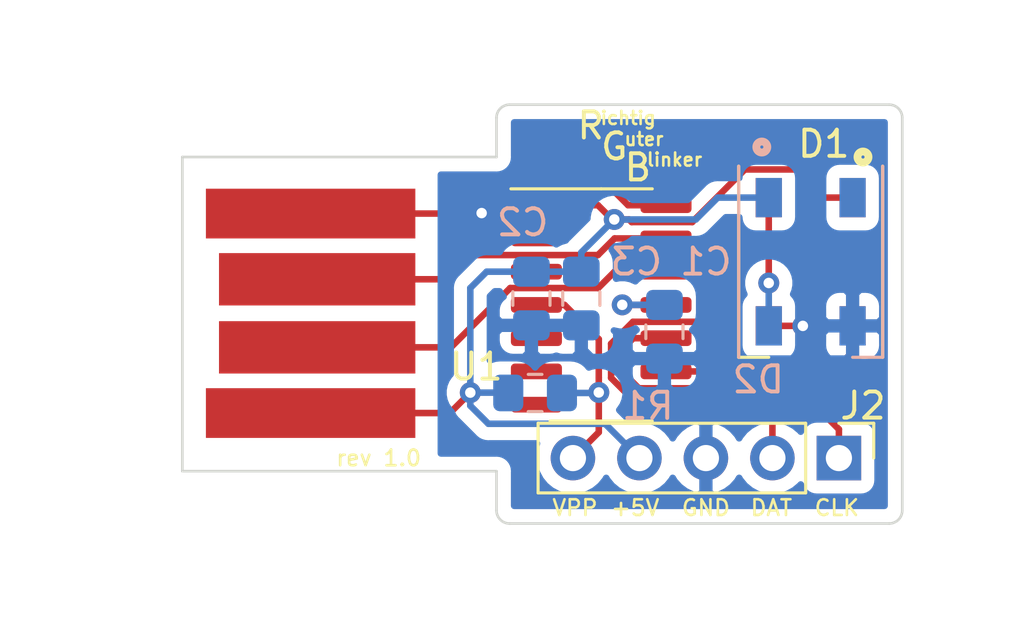
<source format=kicad_pcb>
(kicad_pcb (version 20171130) (host pcbnew "(5.1.0)-1")

  (general
    (thickness 1.6)
    (drawings 30)
    (tracks 100)
    (zones 0)
    (modules 9)
    (nets 17)
  )

  (page A4)
  (layers
    (0 F.Cu signal)
    (31 B.Cu signal)
    (32 B.Adhes user)
    (33 F.Adhes user)
    (34 B.Paste user)
    (35 F.Paste user)
    (36 B.SilkS user)
    (37 F.SilkS user)
    (38 B.Mask user)
    (39 F.Mask user)
    (40 Dwgs.User user)
    (41 Cmts.User user)
    (42 Eco1.User user)
    (43 Eco2.User user)
    (44 Edge.Cuts user)
    (45 Margin user)
    (46 B.CrtYd user hide)
    (47 F.CrtYd user)
    (48 B.Fab user hide)
    (49 F.Fab user)
  )

  (setup
    (last_trace_width 0.25)
    (trace_clearance 0.2)
    (zone_clearance 0.508)
    (zone_45_only no)
    (trace_min 0.2)
    (via_size 0.8)
    (via_drill 0.4)
    (via_min_size 0.4)
    (via_min_drill 0.3)
    (uvia_size 0.3)
    (uvia_drill 0.1)
    (uvias_allowed no)
    (uvia_min_size 0.2)
    (uvia_min_drill 0.1)
    (edge_width 0.1)
    (segment_width 0.2)
    (pcb_text_width 0.3)
    (pcb_text_size 1.5 1.5)
    (mod_edge_width 0.15)
    (mod_text_size 1 1)
    (mod_text_width 0.15)
    (pad_size 1.524 1.524)
    (pad_drill 0.762)
    (pad_to_mask_clearance 0)
    (aux_axis_origin 0 0)
    (grid_origin 79.075 128.235)
    (visible_elements 7FFFFFFF)
    (pcbplotparams
      (layerselection 0x010fc_ffffffff)
      (usegerberextensions false)
      (usegerberattributes false)
      (usegerberadvancedattributes false)
      (creategerberjobfile false)
      (excludeedgelayer true)
      (linewidth 0.100000)
      (plotframeref false)
      (viasonmask false)
      (mode 1)
      (useauxorigin false)
      (hpglpennumber 1)
      (hpglpenspeed 20)
      (hpglpendiameter 15.000000)
      (psnegative false)
      (psa4output false)
      (plotreference true)
      (plotvalue true)
      (plotinvisibletext false)
      (padsonsilk false)
      (subtractmaskfromsilk false)
      (outputformat 1)
      (mirror false)
      (drillshape 0)
      (scaleselection 1)
      (outputdirectory "gerber/"))
  )

  (net 0 "")
  (net 1 "Net-(C1-Pad1)")
  (net 2 GND)
  (net 3 +5V)
  (net 4 DI)
  (net 5 "Net-(D1-Pad2)")
  (net 6 "Net-(D2-Pad2)")
  (net 7 D+)
  (net 8 D-)
  (net 9 ICSPCLK)
  (net 10 ICSPDAT)
  (net 11 VPP)
  (net 12 "Net-(U1-Pad2)")
  (net 13 "Net-(U1-Pad3)")
  (net 14 "Net-(U1-Pad5)")
  (net 15 "Net-(U1-Pad6)")
  (net 16 "Net-(U1-Pad7)")

  (net_class Default "Dies ist die voreingestellte Netzklasse."
    (clearance 0.2)
    (trace_width 0.25)
    (via_dia 0.8)
    (via_drill 0.4)
    (uvia_dia 0.3)
    (uvia_drill 0.1)
    (add_net +5V)
    (add_net D+)
    (add_net D-)
    (add_net DI)
    (add_net GND)
    (add_net ICSPCLK)
    (add_net ICSPDAT)
    (add_net "Net-(C1-Pad1)")
    (add_net "Net-(D1-Pad2)")
    (add_net "Net-(D2-Pad2)")
    (add_net "Net-(U1-Pad2)")
    (add_net "Net-(U1-Pad3)")
    (add_net "Net-(U1-Pad5)")
    (add_net "Net-(U1-Pad6)")
    (add_net "Net-(U1-Pad7)")
    (add_net VPP)
  )

  (module LED_SMD:LED_WS2812B_PLCC4_5.0x5.0mm_P3.2mm (layer B.Cu) (tedit 5CB35E46) (tstamp 5CB33325)
    (at 103.078646 120.234904 270)
    (descr https://cdn-shop.adafruit.com/datasheets/WS2812B.pdf)
    (tags "LED RGB NeoPixel")
    (path /5CB5BCF9)
    (attr smd)
    (fp_text reference D2 (at 4.500096 2.003646) (layer B.SilkS)
      (effects (font (size 1 1) (thickness 0.15)) (justify mirror))
    )
    (fp_text value WS2812B (at 0 -4 270) (layer B.Fab)
      (effects (font (size 1 1) (thickness 0.15)) (justify mirror))
    )
    (fp_circle (center 0 0) (end 0 2) (layer B.Fab) (width 0.1))
    (fp_line (start 3.65 -2.75) (end 3.65 -1.6) (layer B.SilkS) (width 0.12))
    (fp_line (start -3.65 -2.75) (end 3.65 -2.75) (layer B.SilkS) (width 0.12))
    (fp_line (start -3.65 2.75) (end 3.65 2.75) (layer B.SilkS) (width 0.12))
    (fp_line (start 2.5 2.5) (end -2.5 2.5) (layer B.Fab) (width 0.1))
    (fp_line (start 2.5 -2.5) (end 2.5 2.5) (layer B.Fab) (width 0.1))
    (fp_line (start -2.5 -2.5) (end 2.5 -2.5) (layer B.Fab) (width 0.1))
    (fp_line (start -2.5 2.5) (end -2.5 -2.5) (layer B.Fab) (width 0.1))
    (fp_line (start 2.5 -1.5) (end 1.5 -2.5) (layer B.Fab) (width 0.1))
    (fp_line (start -3.45 2.75) (end -3.45 -2.75) (layer B.CrtYd) (width 0.05))
    (fp_line (start -3.45 -2.75) (end 3.45 -2.75) (layer B.CrtYd) (width 0.05))
    (fp_line (start 3.45 -2.75) (end 3.45 2.75) (layer B.CrtYd) (width 0.05))
    (fp_line (start 3.45 2.75) (end -3.45 2.75) (layer B.CrtYd) (width 0.05))
    (fp_text user %R (at 0 0 270) (layer B.Fab)
      (effects (font (size 0.8 0.8) (thickness 0.15)) (justify mirror))
    )
    (pad 1 smd rect (at -2.45 1.6 270) (size 1.5 1) (layers B.Cu B.Paste B.Mask)
      (net 3 +5V))
    (pad 2 smd rect (at -2.45 -1.6 270) (size 1.5 1) (layers B.Cu B.Paste B.Mask)
      (net 6 "Net-(D2-Pad2)"))
    (pad 4 smd rect (at 2.45 1.6 270) (size 1.5 1) (layers B.Cu B.Paste B.Mask)
      (net 5 "Net-(D1-Pad2)"))
    (pad 3 smd rect (at 2.45 -1.6 270) (size 1.5 1) (layers B.Cu B.Paste B.Mask)
      (net 2 GND))
    (model ${KISYS3DMOD}/LED_SMD.3dshapes/LED_RGB_5050-6.wrl
      (at (xyz 0 0 0))
      (scale (xyz 1 1 1))
      (rotate (xyz 0 0 0))
    )
  )

  (module LED_SMD:LED_WS2812B_PLCC4_5.0x5.0mm_P3.2mm (layer F.Cu) (tedit 5CB35E46) (tstamp 5CB33449)
    (at 103.075 120.235 270)
    (descr https://cdn-shop.adafruit.com/datasheets/WS2812B.pdf)
    (tags "LED RGB NeoPixel")
    (path /5CB3A7F6)
    (attr smd)
    (fp_text reference D1 (at -4.5 -0.5) (layer F.SilkS)
      (effects (font (size 1 1) (thickness 0.15)))
    )
    (fp_text value WS2812B (at 0 4 270) (layer F.Fab)
      (effects (font (size 1 1) (thickness 0.15)))
    )
    (fp_circle (center 0 0) (end 0 -2) (layer F.Fab) (width 0.1))
    (fp_line (start 3.65 2.75) (end 3.65 1.6) (layer F.SilkS) (width 0.12))
    (fp_line (start -3.65 2.75) (end 3.65 2.75) (layer F.SilkS) (width 0.12))
    (fp_line (start -3.65 -2.75) (end 3.65 -2.75) (layer F.SilkS) (width 0.12))
    (fp_line (start 2.5 -2.5) (end -2.5 -2.5) (layer F.Fab) (width 0.1))
    (fp_line (start 2.5 2.5) (end 2.5 -2.5) (layer F.Fab) (width 0.1))
    (fp_line (start -2.5 2.5) (end 2.5 2.5) (layer F.Fab) (width 0.1))
    (fp_line (start -2.5 -2.5) (end -2.5 2.5) (layer F.Fab) (width 0.1))
    (fp_line (start 2.5 1.5) (end 1.5 2.5) (layer F.Fab) (width 0.1))
    (fp_line (start -3.45 -2.75) (end -3.45 2.75) (layer F.CrtYd) (width 0.05))
    (fp_line (start -3.45 2.75) (end 3.45 2.75) (layer F.CrtYd) (width 0.05))
    (fp_line (start 3.45 2.75) (end 3.45 -2.75) (layer F.CrtYd) (width 0.05))
    (fp_line (start 3.45 -2.75) (end -3.45 -2.75) (layer F.CrtYd) (width 0.05))
    (fp_text user %R (at 0 0 270) (layer F.Fab)
      (effects (font (size 0.8 0.8) (thickness 0.15)))
    )
    (pad 1 smd rect (at -2.45 -1.6 270) (size 1.5 1) (layers F.Cu F.Paste F.Mask)
      (net 3 +5V))
    (pad 2 smd rect (at -2.45 1.6 270) (size 1.5 1) (layers F.Cu F.Paste F.Mask)
      (net 5 "Net-(D1-Pad2)"))
    (pad 4 smd rect (at 2.45 -1.6 270) (size 1.5 1) (layers F.Cu F.Paste F.Mask)
      (net 4 DI))
    (pad 3 smd rect (at 2.45 1.6 270) (size 1.5 1) (layers F.Cu F.Paste F.Mask)
      (net 2 GND))
    (model ${KISYS3DMOD}/LED_SMD.3dshapes/LED_RGB_5050-6.wrl
      (at (xyz 0 0 0))
      (scale (xyz 1 1 1))
      (rotate (xyz 0 0 0))
    )
  )

  (module Connector_PinHeader_2.54mm:PinHeader_1x05_P2.54mm_Vertical (layer F.Cu) (tedit 59FED5CC) (tstamp 5CB3180D)
    (at 104.155 127.735 270)
    (descr "Through hole straight pin header, 1x05, 2.54mm pitch, single row")
    (tags "Through hole pin header THT 1x05 2.54mm single row")
    (path /5CB3026C)
    (fp_text reference J2 (at -2 -0.92) (layer F.SilkS)
      (effects (font (size 1 1) (thickness 0.15)))
    )
    (fp_text value Conn_01x05_Male (at 0 12.49 270) (layer F.Fab)
      (effects (font (size 1 1) (thickness 0.15)))
    )
    (fp_text user %R (at 0 5.08) (layer F.Fab)
      (effects (font (size 1 1) (thickness 0.15)))
    )
    (fp_line (start 1.8 -1.8) (end -1.8 -1.8) (layer F.CrtYd) (width 0.05))
    (fp_line (start 1.8 11.95) (end 1.8 -1.8) (layer F.CrtYd) (width 0.05))
    (fp_line (start -1.8 11.95) (end 1.8 11.95) (layer F.CrtYd) (width 0.05))
    (fp_line (start -1.8 -1.8) (end -1.8 11.95) (layer F.CrtYd) (width 0.05))
    (fp_line (start -1.33 -1.33) (end 0 -1.33) (layer F.SilkS) (width 0.12))
    (fp_line (start -1.33 0) (end -1.33 -1.33) (layer F.SilkS) (width 0.12))
    (fp_line (start -1.33 1.27) (end 1.33 1.27) (layer F.SilkS) (width 0.12))
    (fp_line (start 1.33 1.27) (end 1.33 11.49) (layer F.SilkS) (width 0.12))
    (fp_line (start -1.33 1.27) (end -1.33 11.49) (layer F.SilkS) (width 0.12))
    (fp_line (start -1.33 11.49) (end 1.33 11.49) (layer F.SilkS) (width 0.12))
    (fp_line (start -1.27 -0.635) (end -0.635 -1.27) (layer F.Fab) (width 0.1))
    (fp_line (start -1.27 11.43) (end -1.27 -0.635) (layer F.Fab) (width 0.1))
    (fp_line (start 1.27 11.43) (end -1.27 11.43) (layer F.Fab) (width 0.1))
    (fp_line (start 1.27 -1.27) (end 1.27 11.43) (layer F.Fab) (width 0.1))
    (fp_line (start -0.635 -1.27) (end 1.27 -1.27) (layer F.Fab) (width 0.1))
    (pad 5 thru_hole oval (at 0 10.16 270) (size 1.7 1.7) (drill 1) (layers *.Cu *.Mask)
      (net 11 VPP))
    (pad 4 thru_hole oval (at 0 7.62 270) (size 1.7 1.7) (drill 1) (layers *.Cu *.Mask)
      (net 3 +5V))
    (pad 3 thru_hole oval (at 0 5.08 270) (size 1.7 1.7) (drill 1) (layers *.Cu *.Mask)
      (net 2 GND))
    (pad 2 thru_hole oval (at 0 2.54 270) (size 1.7 1.7) (drill 1) (layers *.Cu *.Mask)
      (net 10 ICSPDAT))
    (pad 1 thru_hole rect (at 0 0 270) (size 1.7 1.7) (drill 1) (layers *.Cu *.Mask)
      (net 9 ICSPCLK))
    (model ${KISYS3DMOD}/Connector_PinHeader_2.54mm.3dshapes/PinHeader_1x05_P2.54mm_Vertical.wrl
      (at (xyz 0 0 0))
      (scale (xyz 1 1 1))
      (rotate (xyz 0 0 0))
    )
  )

  (module Package_SO:SOIC-14_3.9x8.7mm_P1.27mm (layer F.Cu) (tedit 5C97300E) (tstamp 5CB3163C)
    (at 95.075 121.885)
    (descr "SOIC, 14 Pin (JEDEC MS-012AB, https://www.analog.com/media/en/package-pcb-resources/package/pkg_pdf/soic_narrow-r/r_14.pdf), generated with kicad-footprint-generator ipc_gullwing_generator.py")
    (tags "SOIC SO")
    (path /5CB1CCFE)
    (attr smd)
    (fp_text reference U1 (at -4.773942 2.359707) (layer F.SilkS)
      (effects (font (size 1 1) (thickness 0.15)))
    )
    (fp_text value PIC16F1455-ISL (at 0 5.28) (layer F.Fab)
      (effects (font (size 1 1) (thickness 0.15)))
    )
    (fp_line (start 0 4.435) (end 1.95 4.435) (layer F.SilkS) (width 0.12))
    (fp_line (start 0 4.435) (end -1.95 4.435) (layer F.SilkS) (width 0.12))
    (fp_line (start 0 -4.435) (end 1.95 -4.435) (layer F.SilkS) (width 0.12))
    (fp_line (start 0 -4.435) (end -3.45 -4.435) (layer F.SilkS) (width 0.12))
    (fp_line (start -0.975 -4.325) (end 1.95 -4.325) (layer F.Fab) (width 0.1))
    (fp_line (start 1.95 -4.325) (end 1.95 4.325) (layer F.Fab) (width 0.1))
    (fp_line (start 1.95 4.325) (end -1.95 4.325) (layer F.Fab) (width 0.1))
    (fp_line (start -1.95 4.325) (end -1.95 -3.35) (layer F.Fab) (width 0.1))
    (fp_line (start -1.95 -3.35) (end -0.975 -4.325) (layer F.Fab) (width 0.1))
    (fp_line (start -3.7 -4.58) (end -3.7 4.58) (layer F.CrtYd) (width 0.05))
    (fp_line (start -3.7 4.58) (end 3.7 4.58) (layer F.CrtYd) (width 0.05))
    (fp_line (start 3.7 4.58) (end 3.7 -4.58) (layer F.CrtYd) (width 0.05))
    (fp_line (start 3.7 -4.58) (end -3.7 -4.58) (layer F.CrtYd) (width 0.05))
    (fp_text user %R (at 0 0) (layer F.Fab)
      (effects (font (size 0.98 0.98) (thickness 0.15)))
    )
    (pad 1 smd roundrect (at -2.475 -3.81) (size 1.95 0.6) (layers F.Cu F.Paste F.Mask) (roundrect_rratio 0.25)
      (net 3 +5V))
    (pad 2 smd roundrect (at -2.475 -2.54) (size 1.95 0.6) (layers F.Cu F.Paste F.Mask) (roundrect_rratio 0.25)
      (net 12 "Net-(U1-Pad2)"))
    (pad 3 smd roundrect (at -2.475 -1.27) (size 1.95 0.6) (layers F.Cu F.Paste F.Mask) (roundrect_rratio 0.25)
      (net 13 "Net-(U1-Pad3)"))
    (pad 4 smd roundrect (at -2.475 0) (size 1.95 0.6) (layers F.Cu F.Paste F.Mask) (roundrect_rratio 0.25)
      (net 11 VPP))
    (pad 5 smd roundrect (at -2.475 1.27) (size 1.95 0.6) (layers F.Cu F.Paste F.Mask) (roundrect_rratio 0.25)
      (net 14 "Net-(U1-Pad5)"))
    (pad 6 smd roundrect (at -2.475 2.54) (size 1.95 0.6) (layers F.Cu F.Paste F.Mask) (roundrect_rratio 0.25)
      (net 15 "Net-(U1-Pad6)"))
    (pad 7 smd roundrect (at -2.475 3.81) (size 1.95 0.6) (layers F.Cu F.Paste F.Mask) (roundrect_rratio 0.25)
      (net 16 "Net-(U1-Pad7)"))
    (pad 8 smd roundrect (at 2.475 3.81) (size 1.95 0.6) (layers F.Cu F.Paste F.Mask) (roundrect_rratio 0.25)
      (net 4 DI))
    (pad 9 smd roundrect (at 2.475 2.54) (size 1.95 0.6) (layers F.Cu F.Paste F.Mask) (roundrect_rratio 0.25)
      (net 9 ICSPCLK))
    (pad 10 smd roundrect (at 2.475 1.27) (size 1.95 0.6) (layers F.Cu F.Paste F.Mask) (roundrect_rratio 0.25)
      (net 10 ICSPDAT))
    (pad 11 smd roundrect (at 2.475 0) (size 1.95 0.6) (layers F.Cu F.Paste F.Mask) (roundrect_rratio 0.25)
      (net 1 "Net-(C1-Pad1)"))
    (pad 12 smd roundrect (at 2.475 -1.27) (size 1.95 0.6) (layers F.Cu F.Paste F.Mask) (roundrect_rratio 0.25)
      (net 8 D-))
    (pad 13 smd roundrect (at 2.475 -2.54) (size 1.95 0.6) (layers F.Cu F.Paste F.Mask) (roundrect_rratio 0.25)
      (net 7 D+))
    (pad 14 smd roundrect (at 2.475 -3.81) (size 1.95 0.6) (layers F.Cu F.Paste F.Mask) (roundrect_rratio 0.25)
      (net 2 GND))
    (model ${KISYS3DMOD}/Package_SO.3dshapes/SOIC-14_3.9x8.7mm_P1.27mm.wrl
      (at (xyz 0 0 0))
      (scale (xyz 1 1 1))
      (rotate (xyz 0 0 0))
    )
  )

  (module Capacitor_SMD:C_0805_2012Metric_Pad1.15x1.40mm_HandSolder (layer B.Cu) (tedit 5B36C52B) (tstamp 5CB31B7B)
    (at 97.49 122.91 270)
    (descr "Capacitor SMD 0805 (2012 Metric), square (rectangular) end terminal, IPC_7351 nominal with elongated pad for handsoldering. (Body size source: https://docs.google.com/spreadsheets/d/1BsfQQcO9C6DZCsRaXUlFlo91Tg2WpOkGARC1WS5S8t0/edit?usp=sharing), generated with kicad-footprint-generator")
    (tags "capacitor handsolder")
    (path /5CB1E9B7)
    (attr smd)
    (fp_text reference C1 (at -2.675 -1.585) (layer B.SilkS)
      (effects (font (size 1 1) (thickness 0.15)) (justify mirror))
    )
    (fp_text value 100nF (at 0 -1.65 270) (layer B.Fab)
      (effects (font (size 1 1) (thickness 0.15)) (justify mirror))
    )
    (fp_line (start -1 -0.6) (end -1 0.6) (layer B.Fab) (width 0.1))
    (fp_line (start -1 0.6) (end 1 0.6) (layer B.Fab) (width 0.1))
    (fp_line (start 1 0.6) (end 1 -0.6) (layer B.Fab) (width 0.1))
    (fp_line (start 1 -0.6) (end -1 -0.6) (layer B.Fab) (width 0.1))
    (fp_line (start -0.261252 0.71) (end 0.261252 0.71) (layer B.SilkS) (width 0.12))
    (fp_line (start -0.261252 -0.71) (end 0.261252 -0.71) (layer B.SilkS) (width 0.12))
    (fp_line (start -1.85 -0.95) (end -1.85 0.95) (layer B.CrtYd) (width 0.05))
    (fp_line (start -1.85 0.95) (end 1.85 0.95) (layer B.CrtYd) (width 0.05))
    (fp_line (start 1.85 0.95) (end 1.85 -0.95) (layer B.CrtYd) (width 0.05))
    (fp_line (start 1.85 -0.95) (end -1.85 -0.95) (layer B.CrtYd) (width 0.05))
    (fp_text user %R (at 0 0 270) (layer B.Fab)
      (effects (font (size 0.5 0.5) (thickness 0.08)) (justify mirror))
    )
    (pad 1 smd roundrect (at -1.025 0 270) (size 1.15 1.4) (layers B.Cu B.Paste B.Mask) (roundrect_rratio 0.217391)
      (net 1 "Net-(C1-Pad1)"))
    (pad 2 smd roundrect (at 1.025 0 270) (size 1.15 1.4) (layers B.Cu B.Paste B.Mask) (roundrect_rratio 0.217391)
      (net 2 GND))
    (model ${KISYS3DMOD}/Capacitor_SMD.3dshapes/C_0805_2012Metric.wrl
      (at (xyz 0 0 0))
      (scale (xyz 1 1 1))
      (rotate (xyz 0 0 0))
    )
  )

  (module Capacitor_SMD:C_0805_2012Metric_Pad1.15x1.40mm_HandSolder (layer B.Cu) (tedit 5B36C52B) (tstamp 5CB3196C)
    (at 92.41 121.64 270)
    (descr "Capacitor SMD 0805 (2012 Metric), square (rectangular) end terminal, IPC_7351 nominal with elongated pad for handsoldering. (Body size source: https://docs.google.com/spreadsheets/d/1BsfQQcO9C6DZCsRaXUlFlo91Tg2WpOkGARC1WS5S8t0/edit?usp=sharing), generated with kicad-footprint-generator")
    (tags "capacitor handsolder")
    (path /5CB1DC39)
    (attr smd)
    (fp_text reference C2 (at -2.905 0.335) (layer B.SilkS)
      (effects (font (size 1 1) (thickness 0.15)) (justify mirror))
    )
    (fp_text value 10uF (at 0 -1.65 270) (layer B.Fab)
      (effects (font (size 1 1) (thickness 0.15)) (justify mirror))
    )
    (fp_line (start -1 -0.6) (end -1 0.6) (layer B.Fab) (width 0.1))
    (fp_line (start -1 0.6) (end 1 0.6) (layer B.Fab) (width 0.1))
    (fp_line (start 1 0.6) (end 1 -0.6) (layer B.Fab) (width 0.1))
    (fp_line (start 1 -0.6) (end -1 -0.6) (layer B.Fab) (width 0.1))
    (fp_line (start -0.261252 0.71) (end 0.261252 0.71) (layer B.SilkS) (width 0.12))
    (fp_line (start -0.261252 -0.71) (end 0.261252 -0.71) (layer B.SilkS) (width 0.12))
    (fp_line (start -1.85 -0.95) (end -1.85 0.95) (layer B.CrtYd) (width 0.05))
    (fp_line (start -1.85 0.95) (end 1.85 0.95) (layer B.CrtYd) (width 0.05))
    (fp_line (start 1.85 0.95) (end 1.85 -0.95) (layer B.CrtYd) (width 0.05))
    (fp_line (start 1.85 -0.95) (end -1.85 -0.95) (layer B.CrtYd) (width 0.05))
    (fp_text user %R (at 0 0 270) (layer B.Fab)
      (effects (font (size 0.5 0.5) (thickness 0.08)) (justify mirror))
    )
    (pad 1 smd roundrect (at -1.025 0 270) (size 1.15 1.4) (layers B.Cu B.Paste B.Mask) (roundrect_rratio 0.217391)
      (net 3 +5V))
    (pad 2 smd roundrect (at 1.025 0 270) (size 1.15 1.4) (layers B.Cu B.Paste B.Mask) (roundrect_rratio 0.217391)
      (net 2 GND))
    (model ${KISYS3DMOD}/Capacitor_SMD.3dshapes/C_0805_2012Metric.wrl
      (at (xyz 0 0 0))
      (scale (xyz 1 1 1))
      (rotate (xyz 0 0 0))
    )
  )

  (module Capacitor_SMD:C_0805_2012Metric_Pad1.15x1.40mm_HandSolder (layer B.Cu) (tedit 5B36C52B) (tstamp 5CB31B29)
    (at 94.315 121.64 270)
    (descr "Capacitor SMD 0805 (2012 Metric), square (rectangular) end terminal, IPC_7351 nominal with elongated pad for handsoldering. (Body size source: https://docs.google.com/spreadsheets/d/1BsfQQcO9C6DZCsRaXUlFlo91Tg2WpOkGARC1WS5S8t0/edit?usp=sharing), generated with kicad-footprint-generator")
    (tags "capacitor handsolder")
    (path /5CB1E508)
    (attr smd)
    (fp_text reference C3 (at -1.406281 -2.10229) (layer B.SilkS)
      (effects (font (size 1 1) (thickness 0.15)) (justify mirror))
    )
    (fp_text value 100nF (at 0 -1.65 270) (layer B.Fab)
      (effects (font (size 1 1) (thickness 0.15)) (justify mirror))
    )
    (fp_text user %R (at 0 0 270) (layer B.Fab)
      (effects (font (size 0.5 0.5) (thickness 0.08)) (justify mirror))
    )
    (fp_line (start 1.85 -0.95) (end -1.85 -0.95) (layer B.CrtYd) (width 0.05))
    (fp_line (start 1.85 0.95) (end 1.85 -0.95) (layer B.CrtYd) (width 0.05))
    (fp_line (start -1.85 0.95) (end 1.85 0.95) (layer B.CrtYd) (width 0.05))
    (fp_line (start -1.85 -0.95) (end -1.85 0.95) (layer B.CrtYd) (width 0.05))
    (fp_line (start -0.261252 -0.71) (end 0.261252 -0.71) (layer B.SilkS) (width 0.12))
    (fp_line (start -0.261252 0.71) (end 0.261252 0.71) (layer B.SilkS) (width 0.12))
    (fp_line (start 1 -0.6) (end -1 -0.6) (layer B.Fab) (width 0.1))
    (fp_line (start 1 0.6) (end 1 -0.6) (layer B.Fab) (width 0.1))
    (fp_line (start -1 0.6) (end 1 0.6) (layer B.Fab) (width 0.1))
    (fp_line (start -1 -0.6) (end -1 0.6) (layer B.Fab) (width 0.1))
    (pad 2 smd roundrect (at 1.025 0 270) (size 1.15 1.4) (layers B.Cu B.Paste B.Mask) (roundrect_rratio 0.217391)
      (net 2 GND))
    (pad 1 smd roundrect (at -1.025 0 270) (size 1.15 1.4) (layers B.Cu B.Paste B.Mask) (roundrect_rratio 0.217391)
      (net 3 +5V))
    (model ${KISYS3DMOD}/Capacitor_SMD.3dshapes/C_0805_2012Metric.wrl
      (at (xyz 0 0 0))
      (scale (xyz 1 1 1))
      (rotate (xyz 0 0 0))
    )
  )

  (module connectors:usb-PCB (layer F.Cu) (tedit 542BB0AF) (tstamp 5CB31517)
    (at 79.075 122.205 270)
    (path /5CB41270)
    (attr virtual)
    (fp_text reference J1 (at 0.13 -7.85 270) (layer F.SilkS) hide
      (effects (font (size 1.5 1.5) (thickness 0.15)))
    )
    (fp_text value USB_A (at 0.29 -10.13 270) (layer F.SilkS) hide
      (effects (font (size 1.5 1.5) (thickness 0.15)))
    )
    (fp_line (start 6.03 0) (end 6.03 -12) (layer Dwgs.User) (width 0.15))
    (fp_line (start 6.03 0) (end -6.03 0) (layer Dwgs.User) (width 0.15))
    (fp_line (start -6.03 0) (end -6.03 -12) (layer Dwgs.User) (width 0.15))
    (pad 1 connect rect (at 3.81 -4.9 270) (size 1.9 8) (layers F.Cu F.Mask)
      (net 3 +5V))
    (pad 4 connect rect (at -3.81 -4.9 270) (size 1.9 8) (layers F.Cu F.Mask)
      (net 2 GND))
    (pad 3 connect rect (at -1.3 -5.15 270) (size 2 7.5) (layers F.Cu F.Mask)
      (net 7 D+))
    (pad 2 connect rect (at 1.3 -5.15 270) (size 2 7.5) (layers F.Cu F.Mask)
      (net 8 D-))
  )

  (module Resistor_SMD:R_0805_2012Metric_Pad1.15x1.40mm_HandSolder (layer B.Cu) (tedit 5B36C52B) (tstamp 5CB31D49)
    (at 92.55 125.24771 180)
    (descr "Resistor SMD 0805 (2012 Metric), square (rectangular) end terminal, IPC_7351 nominal with elongated pad for handsoldering. (Body size source: https://docs.google.com/spreadsheets/d/1BsfQQcO9C6DZCsRaXUlFlo91Tg2WpOkGARC1WS5S8t0/edit?usp=sharing), generated with kicad-footprint-generator")
    (tags "resistor handsolder")
    (path /5CB1F16A)
    (attr smd)
    (fp_text reference R1 (at -4.307446 -0.498213 180) (layer B.SilkS)
      (effects (font (size 1 1) (thickness 0.15)) (justify mirror))
    )
    (fp_text value 10k (at 0 -1.65 180) (layer B.Fab)
      (effects (font (size 1 1) (thickness 0.15)) (justify mirror))
    )
    (fp_line (start -1 -0.6) (end -1 0.6) (layer B.Fab) (width 0.1))
    (fp_line (start -1 0.6) (end 1 0.6) (layer B.Fab) (width 0.1))
    (fp_line (start 1 0.6) (end 1 -0.6) (layer B.Fab) (width 0.1))
    (fp_line (start 1 -0.6) (end -1 -0.6) (layer B.Fab) (width 0.1))
    (fp_line (start -0.261252 0.71) (end 0.261252 0.71) (layer B.SilkS) (width 0.12))
    (fp_line (start -0.261252 -0.71) (end 0.261252 -0.71) (layer B.SilkS) (width 0.12))
    (fp_line (start -1.85 -0.95) (end -1.85 0.95) (layer B.CrtYd) (width 0.05))
    (fp_line (start -1.85 0.95) (end 1.85 0.95) (layer B.CrtYd) (width 0.05))
    (fp_line (start 1.85 0.95) (end 1.85 -0.95) (layer B.CrtYd) (width 0.05))
    (fp_line (start 1.85 -0.95) (end -1.85 -0.95) (layer B.CrtYd) (width 0.05))
    (fp_text user %R (at 0 0 180) (layer B.Fab)
      (effects (font (size 0.5 0.5) (thickness 0.08)) (justify mirror))
    )
    (pad 1 smd roundrect (at -1.025 0 180) (size 1.15 1.4) (layers B.Cu B.Paste B.Mask) (roundrect_rratio 0.217391)
      (net 11 VPP))
    (pad 2 smd roundrect (at 1.025 0 180) (size 1.15 1.4) (layers B.Cu B.Paste B.Mask) (roundrect_rratio 0.217391)
      (net 3 +5V))
    (model ${KISYS3DMOD}/Resistor_SMD.3dshapes/R_0805_2012Metric.wrl
      (at (xyz 0 0 0))
      (scale (xyz 1 1 1))
      (rotate (xyz 0 0 0))
    )
  )

  (gr_text linker (at 97.875 116.335) (layer F.SilkS)
    (effects (font (size 0.5 0.5) (thickness 0.1)))
  )
  (gr_text ichtig (at 96.104981 114.745072) (layer F.SilkS) (tstamp 5CB3583A)
    (effects (font (size 0.5 0.5) (thickness 0.1)))
  )
  (gr_text uter (at 96.707943 115.549919) (layer F.SilkS) (tstamp 5CB358A9)
    (effects (font (size 0.5 0.5) (thickness 0.1)))
  )
  (gr_text B (at 96.475 116.635) (layer F.SilkS)
    (effects (font (size 1 1) (thickness 0.15)))
  )
  (gr_text G (at 95.575 115.835) (layer F.SilkS) (tstamp 5CB358BC)
    (effects (font (size 1 1) (thickness 0.15)))
  )
  (gr_text R (at 94.675 115.035) (layer F.SilkS)
    (effects (font (size 1 1) (thickness 0.15)))
  )
  (gr_arc (start 91.575 129.735) (end 91.075 129.735) (angle -90) (layer Edge.Cuts) (width 0.1))
  (gr_arc (start 106.075 129.735) (end 106.075 130.235) (angle -90) (layer Edge.Cuts) (width 0.1))
  (gr_arc (start 91.575 114.735) (end 91.575 114.235) (angle -90) (layer Edge.Cuts) (width 0.1))
  (gr_arc (start 106.075 114.735) (end 106.575 114.735) (angle -90) (layer Edge.Cuts) (width 0.1))
  (gr_text +5V (at 96.375 129.635) (layer F.SilkS) (tstamp 5CB33F20)
    (effects (font (size 0.6 0.6) (thickness 0.1)))
  )
  (gr_text VPP (at 94.075 129.635) (layer F.SilkS) (tstamp 5CB35218)
    (effects (font (size 0.6 0.6) (thickness 0.1)))
  )
  (gr_text GND (at 99.075 129.635) (layer F.SilkS) (tstamp 5CB33F20)
    (effects (font (size 0.6 0.6) (thickness 0.1)))
  )
  (gr_text DAT (at 101.575 129.635) (layer F.SilkS) (tstamp 5CB33F20)
    (effects (font (size 0.6 0.6) (thickness 0.1)))
  )
  (gr_text CLK (at 104.075 129.635) (layer F.SilkS) (tstamp 5CB33F15)
    (effects (font (size 0.6 0.6) (thickness 0.1)))
  )
  (gr_text "rev 1.0" (at 86.575 127.735) (layer F.SilkS)
    (effects (font (size 0.6 0.6) (thickness 0.1)))
  )
  (gr_circle (center 101.21046 115.853005) (end 101.420866 115.853005) (layer B.SilkS) (width 0.3) (tstamp 5CB33B78))
  (gr_circle (center 105.075 116.235) (end 105.285406 116.235) (layer F.SilkS) (width 0.3))
  (dimension 15.5 (width 0.15) (layer Dwgs.User)
    (gr_text "15,500 mm" (at 98.825 110.935) (layer Dwgs.User)
      (effects (font (size 1 1) (thickness 0.15)))
    )
    (feature1 (pts (xy 106.575 114.235) (xy 106.575 111.648579)))
    (feature2 (pts (xy 91.075 114.235) (xy 91.075 111.648579)))
    (crossbar (pts (xy 91.075 112.235) (xy 106.575 112.235)))
    (arrow1a (pts (xy 106.575 112.235) (xy 105.448496 112.821421)))
    (arrow1b (pts (xy 106.575 112.235) (xy 105.448496 111.648579)))
    (arrow2a (pts (xy 91.075 112.235) (xy 92.201504 112.821421)))
    (arrow2b (pts (xy 91.075 112.235) (xy 92.201504 111.648579)))
  )
  (dimension 16 (width 0.15) (layer Dwgs.User)
    (gr_text "16,000 mm" (at 109.875 122.235 90) (layer Dwgs.User)
      (effects (font (size 1 1) (thickness 0.15)))
    )
    (feature1 (pts (xy 106.575 114.235) (xy 109.161421 114.235)))
    (feature2 (pts (xy 106.575 130.235) (xy 109.161421 130.235)))
    (crossbar (pts (xy 108.575 130.235) (xy 108.575 114.235)))
    (arrow1a (pts (xy 108.575 114.235) (xy 109.161421 115.361504)))
    (arrow1b (pts (xy 108.575 114.235) (xy 107.988579 115.361504)))
    (arrow2a (pts (xy 108.575 130.235) (xy 109.161421 129.108496)))
    (arrow2b (pts (xy 108.575 130.235) (xy 107.988579 129.108496)))
  )
  (dimension 12 (width 0.15) (layer Dwgs.User)
    (gr_text "12,000 mm" (at 85.075 131.535) (layer Dwgs.User)
      (effects (font (size 1 1) (thickness 0.15)))
    )
    (feature1 (pts (xy 91.075 128.235) (xy 91.075 130.821421)))
    (feature2 (pts (xy 79.075 128.235) (xy 79.075 130.821421)))
    (crossbar (pts (xy 79.075 130.235) (xy 91.075 130.235)))
    (arrow1a (pts (xy 91.075 130.235) (xy 89.948496 130.821421)))
    (arrow1b (pts (xy 91.075 130.235) (xy 89.948496 129.648579)))
    (arrow2a (pts (xy 79.075 130.235) (xy 80.201504 130.821421)))
    (arrow2b (pts (xy 79.075 130.235) (xy 80.201504 129.648579)))
  )
  (dimension 12 (width 0.15) (layer Dwgs.User)
    (gr_text "12,000 mm" (at 75.775001 122.235 270) (layer Dwgs.User)
      (effects (font (size 1 1) (thickness 0.15)))
    )
    (feature1 (pts (xy 79.075 128.235) (xy 76.48858 128.235)))
    (feature2 (pts (xy 79.075 116.235) (xy 76.48858 116.235)))
    (crossbar (pts (xy 77.075001 116.235) (xy 77.075001 128.235)))
    (arrow1a (pts (xy 77.075001 128.235) (xy 76.48858 127.108496)))
    (arrow1b (pts (xy 77.075001 128.235) (xy 77.661422 127.108496)))
    (arrow2a (pts (xy 77.075001 116.235) (xy 76.48858 117.361504)))
    (arrow2b (pts (xy 77.075001 116.235) (xy 77.661422 117.361504)))
  )
  (gr_line (start 91.075 128.235) (end 79.075 128.235) (layer Edge.Cuts) (width 0.1) (tstamp 5CB314A5))
  (gr_line (start 91.075 129.735) (end 91.075 128.235) (layer Edge.Cuts) (width 0.1) (tstamp 5CB314A2))
  (gr_line (start 106.075 130.235) (end 91.575 130.235) (layer Edge.Cuts) (width 0.1) (tstamp 5CB314A8))
  (gr_line (start 106.575 114.735) (end 106.575 129.735) (layer Edge.Cuts) (width 0.1) (tstamp 5CB314AB))
  (gr_line (start 91.575 114.235) (end 106.075 114.235) (layer Edge.Cuts) (width 0.1) (tstamp 5CB3149F))
  (gr_line (start 91.075 116.235) (end 91.075 114.735) (layer Edge.Cuts) (width 0.1) (tstamp 5CB31499))
  (gr_line (start 79.075 116.235) (end 91.075 116.235) (layer Edge.Cuts) (width 0.1) (tstamp 5CB3149C))
  (gr_line (start 79.075 128.235) (end 79.075 116.235) (layer Edge.Cuts) (width 0.1) (tstamp 5CB314AE))

  (via (at 95.879119 121.881837) (size 0.8) (drill 0.4) (layers F.Cu B.Cu) (net 1))
  (segment (start 97.55 121.885) (end 95.882282 121.885) (width 0.25) (layer F.Cu) (net 1))
  (segment (start 95.882282 121.885) (end 95.879119 121.881837) (width 0.25) (layer F.Cu) (net 1))
  (segment (start 97.486837 121.881837) (end 97.49 121.885) (width 0.25) (layer B.Cu) (net 1))
  (segment (start 95.879119 121.881837) (end 97.486837 121.881837) (width 0.25) (layer B.Cu) (net 1))
  (segment (start 97.49 124.425) (end 97.49 123.935) (width 0.25) (layer B.Cu) (net 2))
  (segment (start 94.315 122.665) (end 92.41 122.665) (width 0.25) (layer B.Cu) (net 2))
  (segment (start 94.315 123.475) (end 94.315 122.665) (width 0.25) (layer B.Cu) (net 2))
  (segment (start 97.49 123.935) (end 94.775 123.935) (width 0.25) (layer B.Cu) (net 2))
  (segment (start 94.775 123.935) (end 94.315 123.475) (width 0.25) (layer B.Cu) (net 2))
  (via (at 90.507639 118.376177) (size 0.8) (drill 0.4) (layers F.Cu B.Cu) (net 2))
  (segment (start 83.975 118.395) (end 90.488816 118.395) (width 0.25) (layer F.Cu) (net 2))
  (segment (start 90.488816 118.395) (end 90.507639 118.376177) (width 0.25) (layer F.Cu) (net 2))
  (segment (start 96.101689 118.075) (end 97.55 118.075) (width 0.25) (layer F.Cu) (net 2))
  (segment (start 95.261689 117.235) (end 96.101689 118.075) (width 0.25) (layer F.Cu) (net 2))
  (segment (start 90.507639 118.376177) (end 91.648816 117.235) (width 0.25) (layer F.Cu) (net 2))
  (segment (start 91.648816 117.235) (end 95.261689 117.235) (width 0.25) (layer F.Cu) (net 2))
  (segment (start 104.678646 123.684904) (end 104.678646 122.684904) (width 0.25) (layer B.Cu) (net 2))
  (segment (start 104.42855 123.935) (end 104.678646 123.684904) (width 0.25) (layer B.Cu) (net 2))
  (segment (start 97.49 123.935) (end 104.42855 123.935) (width 0.25) (layer B.Cu) (net 2))
  (via (at 102.778045 122.686059) (size 0.8) (drill 0.4) (layers F.Cu B.Cu) (net 2))
  (segment (start 101.475 122.685) (end 102.776986 122.685) (width 0.25) (layer F.Cu) (net 2))
  (segment (start 102.776986 122.685) (end 102.778045 122.686059) (width 0.25) (layer F.Cu) (net 2))
  (segment (start 104.677491 122.686059) (end 104.678646 122.684904) (width 0.25) (layer B.Cu) (net 2))
  (segment (start 102.778045 122.686059) (end 104.677491 122.686059) (width 0.25) (layer B.Cu) (net 2))
  (segment (start 97.49 123.935) (end 97.49 126.15) (width 0.25) (layer B.Cu) (net 2))
  (segment (start 92.41 120.615) (end 94.315 120.615) (width 0.25) (layer B.Cu) (net 3))
  (segment (start 83.975 126.015) (end 89.295 126.015) (width 0.25) (layer F.Cu) (net 3))
  (via (at 90.075 125.235) (size 0.8) (drill 0.4) (layers F.Cu B.Cu) (net 3))
  (segment (start 89.295 126.015) (end 90.075 125.235) (width 0.25) (layer F.Cu) (net 3))
  (segment (start 90.69949 120.615) (end 92.41 120.615) (width 0.25) (layer B.Cu) (net 3))
  (segment (start 90.075 125.235) (end 90.075 121.23949) (width 0.25) (layer B.Cu) (net 3))
  (segment (start 90.075 121.23949) (end 90.69949 120.615) (width 0.25) (layer B.Cu) (net 3))
  (via (at 95.573773 118.620086) (size 0.8) (drill 0.4) (layers F.Cu B.Cu) (net 3))
  (segment (start 94.315 120.615) (end 94.315 119.878859) (width 0.25) (layer B.Cu) (net 3))
  (segment (start 94.315 119.878859) (end 95.573773 118.620086) (width 0.25) (layer B.Cu) (net 3))
  (segment (start 91.728359 125.235) (end 91.741069 125.24771) (width 0.25) (layer B.Cu) (net 3))
  (segment (start 91.51229 125.235) (end 91.525 125.24771) (width 0.25) (layer B.Cu) (net 3))
  (segment (start 90.075 125.235) (end 91.51229 125.235) (width 0.25) (layer B.Cu) (net 3))
  (segment (start 90.075 125.735) (end 90.075 125.235) (width 0.25) (layer B.Cu) (net 3))
  (segment (start 90.764999 126.424999) (end 90.075 125.735) (width 0.25) (layer B.Cu) (net 3))
  (segment (start 94.95 118.075) (end 92.6 118.075) (width 0.25) (layer F.Cu) (net 3))
  (segment (start 95.57501 118.70001) (end 94.95 118.075) (width 0.25) (layer F.Cu) (net 3))
  (segment (start 95.573773 118.620086) (end 98.689914 118.620086) (width 0.25) (layer B.Cu) (net 3))
  (segment (start 99.525096 117.784904) (end 101.478646 117.784904) (width 0.25) (layer B.Cu) (net 3))
  (segment (start 98.689914 118.620086) (end 99.525096 117.784904) (width 0.25) (layer B.Cu) (net 3))
  (segment (start 95.224999 126.424999) (end 96.535 127.735) (width 0.25) (layer B.Cu) (net 3))
  (segment (start 90.764999 126.424999) (end 95.224999 126.424999) (width 0.25) (layer B.Cu) (net 3))
  (segment (start 96.139458 118.620086) (end 95.573773 118.620086) (width 0.25) (layer F.Cu) (net 3))
  (segment (start 103.625 117.785) (end 102.549999 116.709999) (width 0.25) (layer F.Cu) (net 3))
  (segment (start 102.549999 116.709999) (end 100.561769 116.709999) (width 0.25) (layer F.Cu) (net 3))
  (segment (start 104.675 117.785) (end 103.625 117.785) (width 0.25) (layer F.Cu) (net 3))
  (segment (start 100.561769 116.709999) (end 98.551778 118.71999) (width 0.25) (layer F.Cu) (net 3))
  (segment (start 98.551778 118.71999) (end 96.239362 118.71999) (width 0.25) (layer F.Cu) (net 3))
  (segment (start 96.239362 118.71999) (end 96.139458 118.620086) (width 0.25) (layer F.Cu) (net 3))
  (segment (start 96.475 125.695) (end 97.55 125.695) (width 0.25) (layer F.Cu) (net 4))
  (segment (start 95.453227 124.673227) (end 96.475 125.695) (width 0.25) (layer F.Cu) (net 4))
  (segment (start 95.453227 123.366262) (end 95.453227 124.673227) (width 0.25) (layer F.Cu) (net 4))
  (segment (start 104.675 123.685) (end 104.388787 123.971213) (width 0.25) (layer F.Cu) (net 4))
  (segment (start 104.675 122.685) (end 104.675 123.685) (width 0.25) (layer F.Cu) (net 4))
  (segment (start 104.388787 123.971213) (end 100.311213 123.971213) (width 0.25) (layer F.Cu) (net 4))
  (segment (start 100.311213 123.971213) (end 98.86999 122.52999) (width 0.25) (layer F.Cu) (net 4))
  (segment (start 98.86999 122.52999) (end 96.289499 122.52999) (width 0.25) (layer F.Cu) (net 4))
  (segment (start 96.289499 122.52999) (end 95.453227 123.366262) (width 0.25) (layer F.Cu) (net 4))
  (via (at 101.475498 121.04677) (size 0.8) (drill 0.4) (layers F.Cu B.Cu) (net 5))
  (segment (start 101.475 117.785) (end 101.475 121.046272) (width 0.25) (layer F.Cu) (net 5))
  (segment (start 101.475 121.046272) (end 101.475498 121.04677) (width 0.25) (layer F.Cu) (net 5))
  (segment (start 101.475498 122.681756) (end 101.478646 122.684904) (width 0.25) (layer B.Cu) (net 5))
  (segment (start 101.475498 121.04677) (end 101.475498 122.681756) (width 0.25) (layer B.Cu) (net 5))
  (segment (start 95.585 119.345) (end 97.55 119.345) (width 0.25) (layer F.Cu) (net 7))
  (segment (start 94.95 119.98) (end 95.585 119.345) (width 0.25) (layer F.Cu) (net 7))
  (segment (start 89.87 119.98) (end 94.95 119.98) (width 0.25) (layer F.Cu) (net 7))
  (segment (start 84.225 120.905) (end 88.945 120.905) (width 0.25) (layer F.Cu) (net 7))
  (segment (start 88.945 120.905) (end 89.87 119.98) (width 0.25) (layer F.Cu) (net 7))
  (segment (start 91.598222 121.24001) (end 94.95999 121.24001) (width 0.25) (layer F.Cu) (net 8))
  (segment (start 84.225 123.505) (end 89.333232 123.505) (width 0.25) (layer F.Cu) (net 8))
  (segment (start 89.333232 123.505) (end 91.598222 121.24001) (width 0.25) (layer F.Cu) (net 8))
  (segment (start 95.585 120.615) (end 97.55 120.615) (width 0.25) (layer F.Cu) (net 8))
  (segment (start 94.95999 121.24001) (end 95.585 120.615) (width 0.25) (layer F.Cu) (net 8))
  (segment (start 100.45066 125.974989) (end 100.450659 125.974989) (width 0.25) (layer F.Cu) (net 9))
  (segment (start 101.945 124.425) (end 101.765 124.425) (width 0.25) (layer F.Cu) (net 9))
  (segment (start 104.155 126.635) (end 101.945 124.425) (width 0.25) (layer F.Cu) (net 9))
  (segment (start 104.155 127.735) (end 104.155 126.635) (width 0.25) (layer F.Cu) (net 9))
  (segment (start 97.55 124.425) (end 101.765 124.425) (width 0.25) (layer F.Cu) (net 9))
  (segment (start 96.300899 123.155) (end 97.55 123.155) (width 0.25) (layer F.Cu) (net 10))
  (segment (start 95.903237 123.552662) (end 96.300899 123.155) (width 0.25) (layer F.Cu) (net 10))
  (segment (start 95.903237 124.4614) (end 95.903237 123.552662) (width 0.25) (layer F.Cu) (net 10))
  (segment (start 96.511827 125.06999) (end 95.903237 124.4614) (width 0.25) (layer F.Cu) (net 10))
  (segment (start 100.67499 125.06999) (end 96.511827 125.06999) (width 0.25) (layer F.Cu) (net 10))
  (segment (start 101.615 126.01) (end 100.67499 125.06999) (width 0.25) (layer F.Cu) (net 10))
  (segment (start 101.615 127.735) (end 101.615 126.01) (width 0.25) (layer F.Cu) (net 10))
  (segment (start 93.575 125.24771) (end 94.963466 125.24771) (width 0.25) (layer B.Cu) (net 11))
  (segment (start 94.963466 125.24771) (end 94.982928 125.228248) (width 0.25) (layer B.Cu) (net 11))
  (segment (start 93.675 121.885) (end 94.982928 123.192928) (width 0.25) (layer F.Cu) (net 11))
  (segment (start 92.6 121.885) (end 93.675 121.885) (width 0.25) (layer F.Cu) (net 11))
  (segment (start 94.982928 124.662563) (end 94.982928 125.228248) (width 0.25) (layer F.Cu) (net 11))
  (segment (start 94.982928 123.192928) (end 94.982928 124.662563) (width 0.25) (layer F.Cu) (net 11))
  (via (at 94.982928 125.228248) (size 0.8) (drill 0.4) (layers F.Cu B.Cu) (net 11))
  (segment (start 94.982928 126.747072) (end 93.995 127.735) (width 0.25) (layer F.Cu) (net 11))
  (segment (start 94.982928 125.228248) (end 94.982928 126.747072) (width 0.25) (layer F.Cu) (net 11))

  (zone (net 2) (net_name GND) (layer B.Cu) (tstamp 5CB3564A) (hatch edge 0.508)
    (connect_pads (clearance 0.5))
    (min_thickness 0.254)
    (fill yes (arc_segments 32) (thermal_gap 0.508) (thermal_bridge_width 0.508))
    (polygon
      (pts
        (xy 91.075 114.235) (xy 106.575 114.235) (xy 106.575 130.235) (xy 91.075 130.235) (xy 91.075 128.235)
        (xy 88.825 128.235) (xy 88.825 116.235) (xy 91.075 116.235)
      )
    )
    (filled_polygon
      (pts
        (xy 105.898001 129.558) (xy 91.752 129.558) (xy 91.752 128.268252) (xy 91.755275 128.235) (xy 91.742204 128.102285)
        (xy 91.703492 127.97467) (xy 91.640628 127.857059) (xy 91.556027 127.753973) (xy 91.452941 127.669372) (xy 91.33533 127.606508)
        (xy 91.207715 127.567796) (xy 91.108252 127.558) (xy 91.075 127.554725) (xy 91.041748 127.558) (xy 88.952 127.558)
        (xy 88.952 125.133849) (xy 89.048 125.133849) (xy 89.048 125.336151) (xy 89.087467 125.534565) (xy 89.164885 125.721467)
        (xy 89.277277 125.889674) (xy 89.361689 125.974086) (xy 89.36671 125.990638) (xy 89.376882 126.024169) (xy 89.44671 126.15481)
        (xy 89.472825 126.186631) (xy 89.540683 126.269317) (xy 89.569379 126.292867) (xy 90.207135 126.930624) (xy 90.230682 126.959316)
        (xy 90.345189 127.053289) (xy 90.475829 127.123117) (xy 90.617581 127.166118) (xy 90.728061 127.176999) (xy 90.728063 127.176999)
        (xy 90.764999 127.180637) (xy 90.801934 127.176999) (xy 92.620808 127.176999) (xy 92.539371 127.445457) (xy 92.510854 127.735)
        (xy 92.539371 128.024543) (xy 92.623828 128.302958) (xy 92.760978 128.559547) (xy 92.94555 128.78445) (xy 93.170453 128.969022)
        (xy 93.427042 129.106172) (xy 93.705457 129.190629) (xy 93.922444 129.212) (xy 94.067556 129.212) (xy 94.284543 129.190629)
        (xy 94.562958 129.106172) (xy 94.819547 128.969022) (xy 95.04445 128.78445) (xy 95.229022 128.559547) (xy 95.265 128.492237)
        (xy 95.300978 128.559547) (xy 95.48555 128.78445) (xy 95.710453 128.969022) (xy 95.967042 129.106172) (xy 96.245457 129.190629)
        (xy 96.462444 129.212) (xy 96.607556 129.212) (xy 96.824543 129.190629) (xy 97.102958 129.106172) (xy 97.359547 128.969022)
        (xy 97.58445 128.78445) (xy 97.769022 128.559547) (xy 97.80542 128.491451) (xy 97.879822 128.616355) (xy 98.074731 128.832588)
        (xy 98.30808 129.006641) (xy 98.570901 129.131825) (xy 98.71811 129.176476) (xy 98.948 129.055155) (xy 98.948 127.862)
        (xy 98.928 127.862) (xy 98.928 127.608) (xy 98.948 127.608) (xy 98.948 126.414845) (xy 99.202 126.414845)
        (xy 99.202 127.608) (xy 99.222 127.608) (xy 99.222 127.862) (xy 99.202 127.862) (xy 99.202 129.055155)
        (xy 99.43189 129.176476) (xy 99.579099 129.131825) (xy 99.84192 129.006641) (xy 100.075269 128.832588) (xy 100.270178 128.616355)
        (xy 100.34458 128.491451) (xy 100.380978 128.559547) (xy 100.56555 128.78445) (xy 100.790453 128.969022) (xy 101.047042 129.106172)
        (xy 101.325457 129.190629) (xy 101.542444 129.212) (xy 101.687556 129.212) (xy 101.904543 129.190629) (xy 102.182958 129.106172)
        (xy 102.439547 128.969022) (xy 102.66445 128.78445) (xy 102.697919 128.743668) (xy 102.722925 128.826103) (xy 102.781147 128.935028)
        (xy 102.859499 129.030501) (xy 102.954972 129.108853) (xy 103.063897 129.167075) (xy 103.182087 129.202927) (xy 103.305 129.215033)
        (xy 105.005 129.215033) (xy 105.127913 129.202927) (xy 105.246103 129.167075) (xy 105.355028 129.108853) (xy 105.450501 129.030501)
        (xy 105.528853 128.935028) (xy 105.587075 128.826103) (xy 105.622927 128.707913) (xy 105.635033 128.585) (xy 105.635033 126.885)
        (xy 105.622927 126.762087) (xy 105.587075 126.643897) (xy 105.528853 126.534972) (xy 105.450501 126.439499) (xy 105.355028 126.361147)
        (xy 105.246103 126.302925) (xy 105.127913 126.267073) (xy 105.005 126.254967) (xy 103.305 126.254967) (xy 103.182087 126.267073)
        (xy 103.063897 126.302925) (xy 102.954972 126.361147) (xy 102.859499 126.439499) (xy 102.781147 126.534972) (xy 102.722925 126.643897)
        (xy 102.697919 126.726332) (xy 102.66445 126.68555) (xy 102.439547 126.500978) (xy 102.182958 126.363828) (xy 101.904543 126.279371)
        (xy 101.687556 126.258) (xy 101.542444 126.258) (xy 101.325457 126.279371) (xy 101.047042 126.363828) (xy 100.790453 126.500978)
        (xy 100.56555 126.68555) (xy 100.380978 126.910453) (xy 100.34458 126.978549) (xy 100.270178 126.853645) (xy 100.075269 126.637412)
        (xy 99.84192 126.463359) (xy 99.579099 126.338175) (xy 99.43189 126.293524) (xy 99.202 126.414845) (xy 98.948 126.414845)
        (xy 98.71811 126.293524) (xy 98.570901 126.338175) (xy 98.30808 126.463359) (xy 98.074731 126.637412) (xy 97.879822 126.853645)
        (xy 97.80542 126.978549) (xy 97.769022 126.910453) (xy 97.58445 126.68555) (xy 97.359547 126.500978) (xy 97.102958 126.363828)
        (xy 96.824543 126.279371) (xy 96.607556 126.258) (xy 96.462444 126.258) (xy 96.245457 126.279371) (xy 96.166739 126.30325)
        (xy 95.782866 125.919378) (xy 95.765435 125.898138) (xy 95.780651 125.882922) (xy 95.893043 125.714715) (xy 95.970461 125.527813)
        (xy 96.009928 125.329399) (xy 96.009928 125.127097) (xy 95.970461 124.928683) (xy 95.893043 124.741781) (xy 95.780651 124.573574)
        (xy 95.717077 124.51) (xy 96.151928 124.51) (xy 96.164188 124.634482) (xy 96.200498 124.75418) (xy 96.259463 124.864494)
        (xy 96.338815 124.961185) (xy 96.435506 125.040537) (xy 96.54582 125.099502) (xy 96.665518 125.135812) (xy 96.79 125.148072)
        (xy 97.20425 125.145) (xy 97.363 124.98625) (xy 97.363 124.062) (xy 97.617 124.062) (xy 97.617 124.98625)
        (xy 97.77575 125.145) (xy 98.19 125.148072) (xy 98.314482 125.135812) (xy 98.43418 125.099502) (xy 98.544494 125.040537)
        (xy 98.641185 124.961185) (xy 98.720537 124.864494) (xy 98.779502 124.75418) (xy 98.815812 124.634482) (xy 98.828072 124.51)
        (xy 98.825 124.22075) (xy 98.66625 124.062) (xy 97.617 124.062) (xy 97.363 124.062) (xy 96.31375 124.062)
        (xy 96.155 124.22075) (xy 96.151928 124.51) (xy 95.717077 124.51) (xy 95.637602 124.430525) (xy 95.469395 124.318133)
        (xy 95.282493 124.240715) (xy 95.084079 124.201248) (xy 94.881777 124.201248) (xy 94.683363 124.240715) (xy 94.603129 124.273949)
        (xy 94.522278 124.175432) (xy 94.388921 124.065989) (xy 94.236775 123.984665) (xy 94.071687 123.934587) (xy 93.900001 123.917677)
        (xy 93.249999 123.917677) (xy 93.078313 123.934587) (xy 92.913225 123.984665) (xy 92.761079 124.065989) (xy 92.627722 124.175432)
        (xy 92.55 124.270137) (xy 92.472278 124.175432) (xy 92.338921 124.065989) (xy 92.186775 123.984665) (xy 92.021687 123.934587)
        (xy 91.850001 123.917677) (xy 91.199999 123.917677) (xy 91.028313 123.934587) (xy 90.863225 123.984665) (xy 90.827 124.004028)
        (xy 90.827 123.24) (xy 91.071928 123.24) (xy 91.084188 123.364482) (xy 91.120498 123.48418) (xy 91.179463 123.594494)
        (xy 91.258815 123.691185) (xy 91.355506 123.770537) (xy 91.46582 123.829502) (xy 91.585518 123.865812) (xy 91.71 123.878072)
        (xy 92.12425 123.875) (xy 92.283 123.71625) (xy 92.283 122.792) (xy 92.537 122.792) (xy 92.537 123.71625)
        (xy 92.69575 123.875) (xy 93.11 123.878072) (xy 93.234482 123.865812) (xy 93.35418 123.829502) (xy 93.3625 123.825055)
        (xy 93.37082 123.829502) (xy 93.490518 123.865812) (xy 93.615 123.878072) (xy 94.02925 123.875) (xy 94.188 123.71625)
        (xy 94.188 122.792) (xy 92.537 122.792) (xy 92.283 122.792) (xy 91.23375 122.792) (xy 91.075 122.95075)
        (xy 91.071928 123.24) (xy 90.827 123.24) (xy 90.827 121.550978) (xy 91.010979 121.367) (xy 91.195181 121.367)
        (xy 91.228279 121.428921) (xy 91.337722 121.562278) (xy 91.344899 121.568168) (xy 91.258815 121.638815) (xy 91.179463 121.735506)
        (xy 91.120498 121.84582) (xy 91.084188 121.965518) (xy 91.071928 122.09) (xy 91.075 122.37925) (xy 91.23375 122.538)
        (xy 92.283 122.538) (xy 92.283 122.518) (xy 92.537 122.518) (xy 92.537 122.538) (xy 94.188 122.538)
        (xy 94.188 122.518) (xy 94.442 122.518) (xy 94.442 122.538) (xy 94.462 122.538) (xy 94.462 122.792)
        (xy 94.442 122.792) (xy 94.442 123.71625) (xy 94.60075 123.875) (xy 95.015 123.878072) (xy 95.139482 123.865812)
        (xy 95.25918 123.829502) (xy 95.369494 123.770537) (xy 95.466185 123.691185) (xy 95.545537 123.594494) (xy 95.604502 123.48418)
        (xy 95.640812 123.364482) (xy 95.653072 123.24) (xy 95.65 122.95075) (xy 95.560888 122.861638) (xy 95.579554 122.86937)
        (xy 95.777968 122.908837) (xy 95.98027 122.908837) (xy 96.178684 122.86937) (xy 96.365586 122.791952) (xy 96.377884 122.783735)
        (xy 96.417722 122.832278) (xy 96.424899 122.838168) (xy 96.338815 122.908815) (xy 96.259463 123.005506) (xy 96.200498 123.11582)
        (xy 96.164188 123.235518) (xy 96.151928 123.36) (xy 96.155 123.64925) (xy 96.31375 123.808) (xy 97.363 123.808)
        (xy 97.363 123.788) (xy 97.617 123.788) (xy 97.617 123.808) (xy 98.66625 123.808) (xy 98.825 123.64925)
        (xy 98.828072 123.36) (xy 98.815812 123.235518) (xy 98.779502 123.11582) (xy 98.720537 123.005506) (xy 98.641185 122.908815)
        (xy 98.555101 122.838168) (xy 98.562278 122.832278) (xy 98.671721 122.698921) (xy 98.753045 122.546775) (xy 98.803123 122.381687)
        (xy 98.820033 122.210001) (xy 98.820033 121.934904) (xy 100.348613 121.934904) (xy 100.348613 123.434904) (xy 100.360719 123.557817)
        (xy 100.396571 123.676007) (xy 100.454793 123.784932) (xy 100.533145 123.880405) (xy 100.628618 123.958757) (xy 100.737543 124.016979)
        (xy 100.855733 124.052831) (xy 100.978646 124.064937) (xy 101.978646 124.064937) (xy 102.101559 124.052831) (xy 102.219749 124.016979)
        (xy 102.328674 123.958757) (xy 102.424147 123.880405) (xy 102.502499 123.784932) (xy 102.560721 123.676007) (xy 102.596573 123.557817)
        (xy 102.608679 123.434904) (xy 103.540574 123.434904) (xy 103.552834 123.559386) (xy 103.589144 123.679084) (xy 103.648109 123.789398)
        (xy 103.727461 123.886089) (xy 103.824152 123.965441) (xy 103.934466 124.024406) (xy 104.054164 124.060716) (xy 104.178646 124.072976)
        (xy 104.392896 124.069904) (xy 104.551646 123.911154) (xy 104.551646 122.811904) (xy 104.805646 122.811904) (xy 104.805646 123.911154)
        (xy 104.964396 124.069904) (xy 105.178646 124.072976) (xy 105.303128 124.060716) (xy 105.422826 124.024406) (xy 105.53314 123.965441)
        (xy 105.629831 123.886089) (xy 105.709183 123.789398) (xy 105.768148 123.679084) (xy 105.804458 123.559386) (xy 105.816718 123.434904)
        (xy 105.813646 122.970654) (xy 105.654896 122.811904) (xy 104.805646 122.811904) (xy 104.551646 122.811904) (xy 103.702396 122.811904)
        (xy 103.543646 122.970654) (xy 103.540574 123.434904) (xy 102.608679 123.434904) (xy 102.608679 121.934904) (xy 103.540574 121.934904)
        (xy 103.543646 122.399154) (xy 103.702396 122.557904) (xy 104.551646 122.557904) (xy 104.551646 121.458654) (xy 104.805646 121.458654)
        (xy 104.805646 122.557904) (xy 105.654896 122.557904) (xy 105.813646 122.399154) (xy 105.816718 121.934904) (xy 105.804458 121.810422)
        (xy 105.768148 121.690724) (xy 105.709183 121.58041) (xy 105.629831 121.483719) (xy 105.53314 121.404367) (xy 105.422826 121.345402)
        (xy 105.303128 121.309092) (xy 105.178646 121.296832) (xy 104.964396 121.299904) (xy 104.805646 121.458654) (xy 104.551646 121.458654)
        (xy 104.392896 121.299904) (xy 104.178646 121.296832) (xy 104.054164 121.309092) (xy 103.934466 121.345402) (xy 103.824152 121.404367)
        (xy 103.727461 121.483719) (xy 103.648109 121.58041) (xy 103.589144 121.690724) (xy 103.552834 121.810422) (xy 103.540574 121.934904)
        (xy 102.608679 121.934904) (xy 102.596573 121.811991) (xy 102.560721 121.693801) (xy 102.502499 121.584876) (xy 102.424147 121.489403)
        (xy 102.408939 121.476923) (xy 102.463031 121.346335) (xy 102.502498 121.147921) (xy 102.502498 120.945619) (xy 102.463031 120.747205)
        (xy 102.385613 120.560303) (xy 102.273221 120.392096) (xy 102.130172 120.249047) (xy 101.961965 120.136655) (xy 101.775063 120.059237)
        (xy 101.576649 120.01977) (xy 101.374347 120.01977) (xy 101.175933 120.059237) (xy 100.989031 120.136655) (xy 100.820824 120.249047)
        (xy 100.677775 120.392096) (xy 100.565383 120.560303) (xy 100.487965 120.747205) (xy 100.448498 120.945619) (xy 100.448498 121.147921)
        (xy 100.487965 121.346335) (xy 100.543654 121.480779) (xy 100.533145 121.489403) (xy 100.454793 121.584876) (xy 100.396571 121.693801)
        (xy 100.360719 121.811991) (xy 100.348613 121.934904) (xy 98.820033 121.934904) (xy 98.820033 121.559999) (xy 98.803123 121.388313)
        (xy 98.753045 121.223225) (xy 98.671721 121.071079) (xy 98.562278 120.937722) (xy 98.428921 120.828279) (xy 98.276775 120.746955)
        (xy 98.111687 120.696877) (xy 97.940001 120.679967) (xy 97.039999 120.679967) (xy 96.868313 120.696877) (xy 96.703225 120.746955)
        (xy 96.551079 120.828279) (xy 96.417722 120.937722) (xy 96.381237 120.982179) (xy 96.365586 120.971722) (xy 96.178684 120.894304)
        (xy 95.98027 120.854837) (xy 95.777968 120.854837) (xy 95.645033 120.881279) (xy 95.645033 120.289999) (xy 95.628123 120.118313)
        (xy 95.578045 119.953225) (xy 95.496721 119.801079) (xy 95.478487 119.778861) (xy 95.610262 119.647086) (xy 95.674924 119.647086)
        (xy 95.873338 119.607619) (xy 96.06024 119.530201) (xy 96.228447 119.417809) (xy 96.27417 119.372086) (xy 98.652979 119.372086)
        (xy 98.689914 119.375724) (xy 98.726849 119.372086) (xy 98.726852 119.372086) (xy 98.837332 119.361205) (xy 98.979084 119.318204)
        (xy 99.109724 119.248376) (xy 99.224231 119.154403) (xy 99.247781 119.125707) (xy 99.836584 118.536904) (xy 100.34881 118.536904)
        (xy 100.360719 118.657817) (xy 100.396571 118.776007) (xy 100.454793 118.884932) (xy 100.533145 118.980405) (xy 100.628618 119.058757)
        (xy 100.737543 119.116979) (xy 100.855733 119.152831) (xy 100.978646 119.164937) (xy 101.978646 119.164937) (xy 102.101559 119.152831)
        (xy 102.219749 119.116979) (xy 102.328674 119.058757) (xy 102.424147 118.980405) (xy 102.502499 118.884932) (xy 102.560721 118.776007)
        (xy 102.596573 118.657817) (xy 102.608679 118.534904) (xy 102.608679 117.034904) (xy 103.548613 117.034904) (xy 103.548613 118.534904)
        (xy 103.560719 118.657817) (xy 103.596571 118.776007) (xy 103.654793 118.884932) (xy 103.733145 118.980405) (xy 103.828618 119.058757)
        (xy 103.937543 119.116979) (xy 104.055733 119.152831) (xy 104.178646 119.164937) (xy 105.178646 119.164937) (xy 105.301559 119.152831)
        (xy 105.419749 119.116979) (xy 105.528674 119.058757) (xy 105.624147 118.980405) (xy 105.702499 118.884932) (xy 105.760721 118.776007)
        (xy 105.796573 118.657817) (xy 105.808679 118.534904) (xy 105.808679 117.034904) (xy 105.796573 116.911991) (xy 105.760721 116.793801)
        (xy 105.702499 116.684876) (xy 105.624147 116.589403) (xy 105.528674 116.511051) (xy 105.419749 116.452829) (xy 105.301559 116.416977)
        (xy 105.178646 116.404871) (xy 104.178646 116.404871) (xy 104.055733 116.416977) (xy 103.937543 116.452829) (xy 103.828618 116.511051)
        (xy 103.733145 116.589403) (xy 103.654793 116.684876) (xy 103.596571 116.793801) (xy 103.560719 116.911991) (xy 103.548613 117.034904)
        (xy 102.608679 117.034904) (xy 102.596573 116.911991) (xy 102.560721 116.793801) (xy 102.502499 116.684876) (xy 102.424147 116.589403)
        (xy 102.328674 116.511051) (xy 102.219749 116.452829) (xy 102.101559 116.416977) (xy 101.978646 116.404871) (xy 100.978646 116.404871)
        (xy 100.855733 116.416977) (xy 100.737543 116.452829) (xy 100.628618 116.511051) (xy 100.533145 116.589403) (xy 100.454793 116.684876)
        (xy 100.396571 116.793801) (xy 100.360719 116.911991) (xy 100.34881 117.032904) (xy 99.562031 117.032904) (xy 99.525096 117.029266)
        (xy 99.48816 117.032904) (xy 99.488158 117.032904) (xy 99.377678 117.043785) (xy 99.235926 117.086786) (xy 99.105286 117.156614)
        (xy 98.990779 117.250587) (xy 98.967229 117.279283) (xy 98.378426 117.868086) (xy 96.27417 117.868086) (xy 96.228447 117.822363)
        (xy 96.06024 117.709971) (xy 95.873338 117.632553) (xy 95.674924 117.593086) (xy 95.472622 117.593086) (xy 95.274208 117.632553)
        (xy 95.087306 117.709971) (xy 94.919099 117.822363) (xy 94.77605 117.965412) (xy 94.663658 118.133619) (xy 94.58624 118.320521)
        (xy 94.546773 118.518935) (xy 94.546773 118.583597) (xy 93.809375 119.320996) (xy 93.780684 119.344542) (xy 93.757138 119.373233)
        (xy 93.757137 119.373234) (xy 93.714854 119.424755) (xy 93.693313 119.426877) (xy 93.528225 119.476955) (xy 93.376079 119.558279)
        (xy 93.3625 119.569423) (xy 93.348921 119.558279) (xy 93.196775 119.476955) (xy 93.031687 119.426877) (xy 92.860001 119.409967)
        (xy 91.959999 119.409967) (xy 91.788313 119.426877) (xy 91.623225 119.476955) (xy 91.471079 119.558279) (xy 91.337722 119.667722)
        (xy 91.228279 119.801079) (xy 91.195181 119.863) (xy 90.736425 119.863) (xy 90.699489 119.859362) (xy 90.662554 119.863)
        (xy 90.662552 119.863) (xy 90.552072 119.873881) (xy 90.41032 119.916882) (xy 90.349507 119.949387) (xy 90.279679 119.98671)
        (xy 90.239396 120.01977) (xy 90.165173 120.080683) (xy 90.141627 120.109374) (xy 89.569374 120.681627) (xy 89.540684 120.705173)
        (xy 89.517138 120.733864) (xy 89.517137 120.733865) (xy 89.44671 120.81968) (xy 89.376882 120.950321) (xy 89.333882 121.092073)
        (xy 89.319362 121.23949) (xy 89.323001 121.276435) (xy 89.323 124.534603) (xy 89.277277 124.580326) (xy 89.164885 124.748533)
        (xy 89.087467 124.935435) (xy 89.048 125.133849) (xy 88.952 125.133849) (xy 88.952 116.912) (xy 91.041748 116.912)
        (xy 91.075 116.915275) (xy 91.108252 116.912) (xy 91.207715 116.902204) (xy 91.33533 116.863492) (xy 91.452941 116.800628)
        (xy 91.556027 116.716027) (xy 91.640628 116.612941) (xy 91.703492 116.49533) (xy 91.742204 116.367715) (xy 91.755275 116.235)
        (xy 91.752 116.201748) (xy 91.752 114.912) (xy 105.898 114.912)
      )
    )
  )
)

</source>
